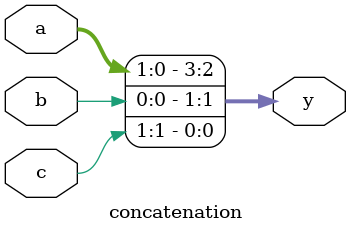
<source format=v>
module concatenation(input [1:0]a,b,c,output [3:0]y);

assign y[3:0]={a,b[0],c[1]};

endmodule

</source>
